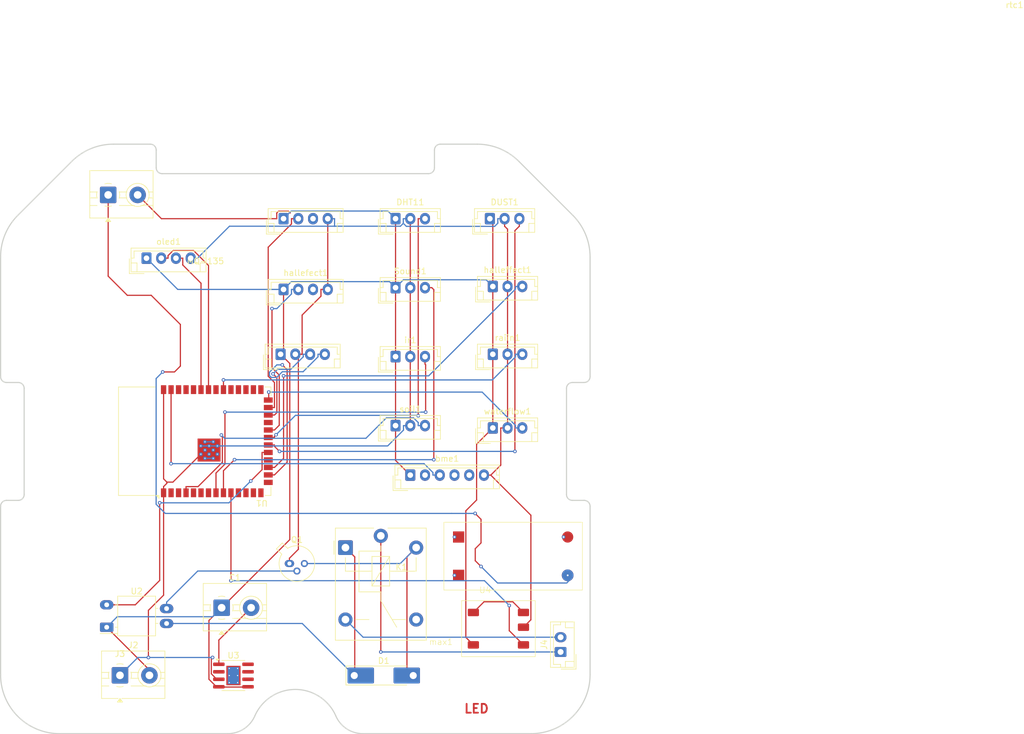
<source format=kicad_pcb>
(kicad_pcb (version 20241229) (generator "pcbnew") (generator_version "9.0")
  (layers (0 "F.Cu" signal) (2 "B.Cu" signal) (13 "F.Paste" user) (15 "B.Paste" user) (5 "F.SilkS" user "F.Silkscreen") (7 "B.SilkS" user "B.Silkscreen") (1 "F.Mask" user) (3 "B.Mask" user) (25 "Edge.Cuts" user))
  (net 0 "")
  (net 2 "GND")
  (net 3 "Net-(U1-IO1)")
  (net 5 "Net-(U1-IO0)")
  (net 6 "Net-(DHT11-vcc)")
  (net 7 "Net-(U3-TEMP)")
  (net 8 "Net-(D1-A)")
  (net 9 "Net-(D1-K)")
  (net 10 "Net-(DHT11-gnd)")
  (net 11 "Net-(DUST1-out)")
  (net 13 "Net-(U1-IO14)")
  (net 14 "h")
  (net 15 "Net-(U1-IO15)")
  (net 16 "Net-(J3-Pin_2)")
  (net 17 "Net-(J3-Pin_1)")
  (net 18 "Net-(J4-Pin_2)")
  (net 19 "Net-(J4-Pin_1)")
  (net 21 "Net-(U4-I+)")
  (net 22 "Net-(U1-IO17)")
  (net 24 "Net-(MQ-135-A0)")
  (net 25 "Net-(U1-IO42)")
  (net 26 "Net-(U1-IO41)")
  (net 27 "Net-(Q1-B)")
  (net 28 "Net-(U1-IO39)")
  (net 29 "Net-(U1-IO46)")
  (net 30 "Net-(U1-IO47)")
  (net 31 "so")
  (net 32 "Net-(Sound1-out)")
  (net 33 "+3V3")
  (net 40 "26")
  (net 47 "Net-(U1-IO11)")
  (net 56 "unconnected-(U3-EPAD-Pad9)")
  (footprint "TerminalBlock:TerminalBlock_MaiXu_MX126-5.0-02P_1x02_P5.00mm" (layer "F.Cu") (at 180.75 120.4675)
    (property "Reference" "J2")
    (property "Value" "Conn_01x02_Pin")
  )
  (footprint "TerminalBlock:TerminalBlock_MaiXu_MX126-5.0-02P_1x02_P5.00mm" (layer "F.Cu") (at 178.75 38.9675)
    (property "Reference" "J3")
    (property "Value" "Conn_01x02_Pin")
  )
  (footprint "OptoDevice:Luna_NSL-32" (layer "F.Cu") (at 178.5 112.31)
    (property "Reference" "U2")
    (property "Value" "NSL-32")
  )
  (footprint "Connector_JST:JST_EH_B3B-EH-A_1x03_P2.50mm_Vertical" (layer "F.Cu") (at 244 54.5)
    (property "Reference" "halleffect1")
    (property "Value" "~")
  )
  (footprint "Connector_JST:JST_EH_B3B-EH-A_1x03_P2.50mm_Vertical" (layer "F.Cu") (at 227.5 54.7)
    (property "Reference" "Sound1")
    (property "Value" "~")
  )
  (footprint "round 2:Untitled" (layer "F.Cu") (at 242.699 106.5)
    (property "Reference" "U4")
    (property "Value" "~")
  )
  (footprint "Diode_SMD:D_MELF-RM10_Universal_Handsoldering" (layer "F.Cu") (at 225.5 120.5)
    (property "Reference" "D1")
    (property "Value" "D")
  )
  (footprint "Relay_THT:Relay_SPDT_Finder_36.11" (layer "F.Cu") (at 219 98.8)
    (property "Reference" "K1")
    (property "Value" "FINDER-36.11")
  )
  (footprint "Connector_JST:JST_EH_B4B-EH-A_1x04_P2.50mm_Vertical" (layer "F.Cu") (at 208 66)
    (property "Reference" "rtc1")
    (property "Value" "~")
  )
  (footprint "Connector_JST:JST_EH_B3B-EH-A_1x03_P2.50mm_Vertical" (layer "F.Cu") (at 227.5 66.4)
    (property "Reference" "ir1")
    (property "Value" "~")
  )
  (footprint "Connector_JST:JST_EH_B4B-EH-A_1x04_P2.50mm_Vertical" (layer "F.Cu") (at 208.5 55)
    (property "Reference" "hallefect1")
    (property "Value" "~")
  )
  (footprint "TerminalBlock:TerminalBlock_MaiXu_MX126-5.0-02P_1x02_P5.00mm" (layer "F.Cu") (at 198 109)
    (property "Reference" "C1")
    (property "Value" "C")
  )
  (footprint "Connector_JST:JST_EH_B4B-EH-A_1x04_P2.50mm_Vertical" (layer "F.Cu") (at 185.25 49.7)
    (property "Reference" "oled1")
    (property "Value" "~")
  )
  (footprint "round 2:Untitled_1" (layer "F.Cu") (at 235.2 115.3)
    (property "Reference" "max1")
    (property "Value" "~")
  )
  (footprint "Connector_JST:JST_EH_B3B-EH-A_1x03_P2.50mm_Vertical" (layer "F.Cu") (at 243.5 43)
    (property "Reference" "DUST1")
    (property "Value" "~")
  )
  (footprint "Connector_JST:JST_EH_B3B-EH-A_1x03_P2.50mm_Vertical" (layer "F.Cu") (at 227.5 43)
    (property "Reference" "DHT11")
    (property "Value" "~")
  )
  (footprint "Connector_JST:JST_EH_B3B-EH-A_1x03_P2.50mm_Vertical" (layer "F.Cu") (at 227.5 78.1)
    (property "Reference" "soil1")
    (property "Value" "~")
  )
  (footprint "Connector_JST:JST_EH_B3B-EH-A_1x03_P2.50mm_Vertical" (layer "F.Cu") (at 244 66)
    (property "Reference" "raiin1")
    (property "Value" "~")
  )
  (footprint "Connector_JST:JST_EH_B6B-EH-A_1x06_P2.50mm_Vertical" (layer "F.Cu") (at 230 86.5)
    (property "Reference" "bme1")
    (property "Value" "~")
  )
  (footprint "RF_Module:ESP32-S3-WROOM-1" (layer "F.Cu") (at 193.41 80.75 90)
    (property "Reference" "U1")
    (property "Value" "ESP32-S3-WROOM-1")
  )
  (footprint "Package_SO:SOIC-8-1EP_3.9x4.9mm_P1.27mm_EP2.41x3.3mm_ThermalVias" (layer "F.Cu") (at 200 120.5)
    (property "Reference" "U3")
    (property "Value" "TP4056-42-ESOP8")
  )
  (footprint "Connector_JST:JST_EH_B2B-EH-A_1x02_P2.50mm_Vertical" (layer "F.Cu") (at 255.5 116.5 90)
    (property "Reference" "J4")
    (property "Value" "Conn_01x02_Pin")
  )
  (footprint "Connector_JST:JST_EH_B3B-EH-A_1x03_P2.50mm_Vertical" (layer "F.Cu") (at 244 78.5)
    (property "Reference" "waterflow1")
    (property "Value" "~")
  )
  (footprint "Package_TO_SOT_THT:TO-18-3" (layer "F.Cu") (at 209.5 101.5)
    (property "Reference" "Q1")
    (property "Value" "BC107")
  )
  (footprint "Connector_JST:JST_EH_B4B-EH-A_1x04_P2.50mm_Vertical" (layer "F.Cu") (at 208.5 43)
    (property "Reference" "MQ-135")
    (property "Value" "~")
  )
  (gr_line (start 260.5 69.787662) (end 260.5 49.499998) (stroke (width 0.2)) (layer "Edge.Cuts"))
  (gr_line (start 256.5 89.776792) (end 256.5 71.787762) (stroke (width 0.2)) (layer "Edge.Cuts"))
  (gr_line (start 234.102663 31.357862) (end 234.102663 34.357862) (stroke (width 0.2)) (layer "Edge.Cuts"))
  (gr_arc (start 187.897335 35.357862) (mid 187.19023 35.064969) (end 186.897337 34.357864) (stroke (width 0.2)) (layer "Edge.Cuts"))
  (gr_line (start 160.5 49.5) (end 160.5 69.787623) (stroke (width 0.2)) (layer "Edge.Cuts"))
  (gr_line (start 259.5 90.787621) (end 257.5 90.787621) (stroke (width 0.2)) (layer "Edge.Cuts"))
  (gr_arc (start 170.499999 130.357862) (mid 163.428932 127.42893) (end 160.5 120.357863) (stroke (width 0.2)) (layer "Edge.Cuts"))
  (gr_line (start 160.5 91.78762) (end 160.5 120.357863) (stroke (width 0.2)) (layer "Edge.Cuts"))
  (gr_arc (start 185.897334 30.357862) (mid 186.604443 30.650756) (end 186.897337 31.357865) (stroke (width 0.2)) (layer "Edge.Cuts"))
  (gr_arc (start 164.5 89.787623) (mid 164.207107 90.494728) (end 163.500002 90.787621) (stroke (width 0.2)) (layer "Edge.Cuts"))
  (gr_line (start 260.5 120.357862) (end 260.5 91.787621) (stroke (width 0.2)) (layer "Edge.Cuts"))
  (gr_arc (start 161.499999 70.787621) (mid 160.792893 70.494728) (end 160.5 69.787623) (stroke (width 0.2)) (layer "Edge.Cuts"))
  (gr_arc (start 260.5 69.787662) (mid 260.207121 70.494754) (end 259.5 70.787621) (stroke (width 0.2)) (layer "Edge.Cuts"))
  (gr_arc (start 257.5 90.787621) (mid 256.792908 90.494725) (end 256.5 89.776792) (stroke (width 0.2)) (layer "Edge.Cuts"))
  (gr_line (start 170.499999 130.357862) (end 199.043562 130.357862) (stroke (width 0.2)) (layer "Edge.Cuts"))
  (gr_arc (start 256.5 71.787762) (mid 256.792908 71.080541) (end 257.510963 70.787621) (stroke (width 0.2)) (layer "Edge.Cuts"))
  (gr_line (start 257.57105 42.428912) (end 248.428935 33.286797) (stroke (width 0.2)) (layer "Edge.Cuts"))
  (gr_arc (start 203.626136 127.357862) (mid 201.782174 129.541162) (end 199.043562 130.357862) (stroke (width 0.2)) (layer "Edge.Cuts"))
  (gr_line (start 221.95644 130.357862) (end 250.5 130.357862) (stroke (width 0.2)) (layer "Edge.Cuts"))
  (gr_line (start 257.510963 70.787621) (end 259.5 70.787621) (stroke (width 0.2)) (layer "Edge.Cuts"))
  (gr_arc (start 241.35786 30.357862) (mid 245.184697 31.119068) (end 248.428932 33.2868) (stroke (width 0.2)) (layer "Edge.Cuts"))
  (gr_arc (start 257.57105 42.428912) (mid 259.738797 45.673163) (end 260.5 49.499998) (stroke (width 0.2)) (layer "Edge.Cuts"))
  (gr_arc (start 160.5 91.78762) (mid 160.792893 91.080514) (end 161.5 90.787621) (stroke (width 0.2)) (layer "Edge.Cuts"))
  (gr_line (start 186.897337 34.357864) (end 186.897337 31.357865) (stroke (width 0.2)) (layer "Edge.Cuts"))
  (gr_arc (start 259.5 90.787621) (mid 260.207121 91.080512) (end 260.5 91.787621) (stroke (width 0.2)) (layer "Edge.Cuts"))
  (gr_arc (start 221.95644 130.357862) (mid 219.217827 129.541162) (end 217.373864 127.357862) (stroke (width 0.2)) (layer "Edge.Cuts"))
  (gr_arc (start 172.571066 33.286796) (mid 175.815302 31.119067) (end 179.642139 30.357862) (stroke (width 0.2)) (layer "Edge.Cuts"))
  (gr_line (start 172.571066 33.286796) (end 163.428934 42.428928) (stroke (width 0.2)) (layer "Edge.Cuts"))
  (gr_line (start 161.499999 70.787621) (end 163.500001 70.787621) (stroke (width 0.2)) (layer "Edge.Cuts"))
  (gr_line (start 241.35786 30.357862) (end 235.102663 30.357862) (stroke (width 0.2)) (layer "Edge.Cuts"))
  (gr_arc (start 160.5 49.5) (mid 161.261205 45.673164) (end 163.428934 42.428928) (stroke (width 0.2)) (layer "Edge.Cuts"))
  (gr_line (start 185.897334 30.357862) (end 179.642139 30.357862) (stroke (width 0.2)) (layer "Edge.Cuts"))
  (gr_arc (start 260.5 120.357862) (mid 257.571068 127.42893) (end 250.5 130.357862) (stroke (width 0.2)) (layer "Edge.Cuts"))
  (gr_line (start 248.428932 33.2868) (end 248.428935 33.286797) (stroke (width 0.2)) (layer "Edge.Cuts"))
  (gr_arc (start 203.626136 127.357862) (mid 210.5 122.857862) (end 217.373864 127.357862) (stroke (width 0.2)) (layer "Edge.Cuts"))
  (gr_line (start 233.091555 35.357862) (end 187.897335 35.357862) (stroke (width 0.2)) (layer "Edge.Cuts"))
  (gr_line (start 164.5 71.78762) (end 164.5 89.787623) (stroke (width 0.2)) (layer "Edge.Cuts"))
  (gr_line (start 163.500002 90.787621) (end 161.5 90.787621) (stroke (width 0.2)) (layer "Edge.Cuts"))
  (gr_arc (start 234.102663 34.357862) (mid 233.809768 35.064956) (end 233.091555 35.357862) (stroke (width 0.2)) (layer "Edge.Cuts"))
  (gr_arc (start 163.500001 70.787621) (mid 164.207107 71.080514) (end 164.5 71.78762) (stroke (width 0.2)) (layer "Edge.Cuts"))
  (gr_arc (start 234.102663 31.357862) (mid 234.395554 30.650742) (end 235.102663 30.357862) (stroke (width 0.2)) (layer "Edge.Cuts"))
  (gr_text "LED" (at 239 127 0) (layer "F.Cu") (effects (font (size 1.5 1.5) (thickness 0.3) (bold yes)) (justify left bottom)))
  (via (at 256 97) (size 0.6) (drill 0.3) (layers "F.Cu" "B.Cu") (net 0))
  (via (at 237.5 97) (size 0.6) (drill 0.3) (layers "F.Cu" "B.Cu") (net 0))
  (via (at 237.5 103.5) (size 0.6) (drill 0.3) (layers "F.Cu" "B.Cu") (net 0))
  (segment (start 196.57 80.85) (end 196.57 82.25) (width 0.2) (layer "F.Cu") (net 2))
  (segment (start 230 66.4) (end 230 54.7) (width 0.2) (layer "F.Cu") (net 2))
  (segment (start 196.457 117.438) (end 196.248 117.647) (width 0.2) (layer "F.Cu") (net 2))
  (segment (start 245.348 78.5) (end 246.5 78.5) (width 0.2) (layer "F.Cu") (net 2))
  (segment (start 246.5 66) (end 246.5 78.5) (width 0.2) (layer "F.Cu") (net 2))
  (segment (start 185.578 109.437) (end 185.578 117.438) (width 0.2) (layer "F.Cu") (net 2))
  (segment (start 243.652 86.5) (end 245.348 84.8034) (width 0.2) (layer "F.Cu") (net 2))
  (segment (start 195.17 82.25) (end 195.17 83.65) (width 0.2) (layer "F.Cu") (net 2))
  (segment (start 195.87 81.55) (end 195.87 82.25) (width 0.2) (layer "F.Cu") (net 2))
  (segment (start 195.17 80.85) (end 195.17 82.25) (width 0.2) (layer "F.Cu") (net 2))
  (segment (start 211.016 66) (end 211.652 66) (width 0.2) (layer "F.Cu") (net 2))
  (segment (start 211.652 59.3483) (end 214.848 56.1517) (width 0.2) (layer "F.Cu") (net 2))
  (segment (start 250.459 111.041) (end 250.459 93.307) (width 0.2) (layer "F.Cu") (net 2))
  (segment (start 214.848 56.1517) (end 214.848 55) (width 0.2) (layer "F.Cu") (net 2))
  (segment (start 211.016 99.0825) (end 211.016 66) (width 0.2) (layer "F.Cu") (net 2))
  (segment (start 197.18 121.135) (end 197.525 121.135) (width 0.2) (layer "F.Cu") (net 2))
  (segment (start 246.5 44.7767) (end 246.5 54.5) (width 0.2) (layer "F.Cu") (net 2))
  (segment (start 249.2 112.3) (end 250.459 111.041) (width 0.2) (layer "F.Cu") (net 2))
  (segment (start 245.348 84.8034) (end 245.348 78.5) (width 0.2) (layer "F.Cu") (net 2))
  (segment (start 209.5 100.598) (end 211.016 99.0825) (width 0.2) (layer "F.Cu") (net 2))
  (segment (start 188.15 89.5) (end 188.15 106.865) (width 0.2) (layer "F.Cu") (net 2))
  (segment (start 188.15 72) (end 188.15 87.13) (width 0.2) (layer "F.Cu") (net 2))
  (segment (start 188.709 87.6889) (end 189.731 87.6889) (width 0.2) (layer "F.Cu") (net 2))
  (segment (start 189.731 87.6889) (end 194.47 82.95) (width 0.2) (layer "F.Cu") (net 2))
  (segment (start 242.5 86.5) (end 243.652 86.5) (width 0.2) (layer "F.Cu") (net 2))
  (segment (start 194.47 81.55) (end 194.47 82.95) (width 0.2) (layer "F.Cu") (net 2))
  (segment (start 197.27 82.95) (end 197.27 82.25) (width 0.2) (layer "F.Cu") (net 2))
  (segment (start 210.5 66) (end 211.016 66) (width 0.2) (layer "F.Cu") (net 2))
  (segment (start 188.15 106.865) (end 185.578 109.437) (width 0.2) (layer "F.Cu") (net 2))
  (segment (start 250.459 93.307) (end 243.652 86.5) (width 0.2) (layer "F.Cu") (net 2))
  (segment (start 195.87 82.25) (end 195.87 82.95) (width 0.2) (layer "F.Cu") (net 2))
  (segment (start 246 44.2767) (end 246.5 44.7767) (width 0.2) (layer "F.Cu") (net 2))
  (segment (start 188.15 88.4483) (end 188.709 87.8894) (width 0.2) (layer "F.Cu") (net 2))
  (segment (start 188.15 87.13) (end 188.709 87.6889) (width 0.2) (layer "F.Cu") (net 2))
  (segment (start 214.848 55) (end 216 55) (width 0.2) (layer "F.Cu") (net 2))
  (segment (start 246.5 54.5) (end 246.5 66) (width 0.2) (layer "F.Cu") (net 2))
  (segment (start 211.652 66) (end 211.652 59.3483) (width 0.2) (layer "F.Cu") (net 2))
  (segment (start 196.248 120.202) (end 197.18 121.135) (width 0.2) (layer "F.Cu") (net 2))
  (segment (start 188.709 87.8894) (end 188.709 87.6889) (width 0.2) (layer "F.Cu") (net 2))
  (segment (start 197.27 82.25) (end 197.27 81.55) (width 0.2) (layer "F.Cu") (net 2))
  (segment (start 196.248 117.647) (end 196.248 120.202) (width 0.2) (layer "F.Cu") (net 2))
  (segment (start 230 43) (end 230 54.7) (width 0.2) (layer "F.Cu") (net 2))
  (segment (start 188.15 89.5) (end 188.15 88.4483) (width 0.2) (layer "F.Cu") (net 2))
  (segment (start 246 43) (end 246 44.2767) (width 0.2) (layer "F.Cu") (net 2))
  (segment (start 197.27 82.25) (end 196.57 82.25) (width 0.2) (layer "F.Cu") (net 2))
  (segment (start 209.5 101.5) (end 209.5 100.598) (width 0.2) (layer "F.Cu") (net 2))
  (segment (start 230 78.1) (end 230 66.4) (width 0.2) (layer "F.Cu") (net 2))
  (segment (start 216 55) (end 216 43) (width 0.2) (layer "F.Cu") (net 2))
  (via (at 196.457 117.438) (size 0.6) (drill 0.3) (layers "F.Cu" "B.Cu") (net 2))
  (via (at 185.578 117.438) (size 0.6) (drill 0.3) (layers "F.Cu" "B.Cu") (net 2))
  (segment (start 228.848 78.1) (end 228.848 78.8655) (width 0.2) (layer "B.Cu") (net 2))
  (segment (start 244.317 44.2991) (end 244.848 43.7674) (width 0.2) (layer "B.Cu") (net 2))
  (segment (start 228.819 43.0292) (end 228.848 43) (width 0.2) (layer "B.Cu") (net 2))
  (segment (start 228.819 43.7876) (end 229.33 44.2991) (width 0.2) (layer "B.Cu") (net 2))
  (segment (start 228.329 44.2778) (end 217.152 44.2778) (width 0.2) (layer "B.Cu") (net 2))
  (segment (start 244.848 43) (end 246 43) (width 0.2) (layer "B.Cu") (net 2))
  (segment (start 181.4995 119.718) (end 180.75 120.4675) (width 0.2) (layer "B.Cu") (net 2))
  (segment (start 180.75 120.468) (end 182.265 118.953) (width 0.2) (layer "B.Cu") (net 2))
  (segment (start 228.819 43.7876) (end 228.819 43.0292) (width 0.2) (layer "B.Cu") (net 2))
  (segment (start 183.78 117.438) (end 182.265 118.953) (width 0.2) (layer "B.Cu") (net 2))
  (segment (start 228.819 43.7876) (end 228.329 44.2778) (width 0.2) (layer "B.Cu") (net 2))
  (segment (start 228.848 78.8655) (end 226.164 81.5499) (width 0.2) (layer "B.Cu") (net 2))
  (segment (start 199.324 44.2778) (end 193.902 49.7) (width 0.2) (layer "B.Cu") (net 2))
  (segment (start 181.4995 119.718) (end 182.249 118.968) (width 0.2) (layer "B.Cu") (net 2))
  (segment (start 182.249 118.968) (end 181.4995 119.718) (width 0.2) (layer "B.Cu") (net 2))
  (segment (start 182.264 118.953) (end 182.249 118.968) (width 0.2) (layer "B.Cu") (net 2))
  (segment (start 181.4995 119.718) (end 180.75 120.468) (width 0.2) (layer "B.Cu") (net 2))
  (segment (start 244.848 43.7674) (end 244.848 43) (width 0.2) (layer "B.Cu") (net 2))
  (segment (start 226.164 81.5499) (end 197.27 81.5499) (width 0.2) (layer "B.Cu") (net 2))
  (segment (start 217.152 43) (end 217.152 44.2778) (width 0.2) (layer "B.Cu") (net 2))
  (segment (start 180.75 120.468) (end 181.4995 119.718) (width 0.2) (layer "B.Cu") (net 2))
  (segment (start 194.47 81.55) (end 195.87 81.55) (width 0.2) (layer "B.Cu") (net 2))
  (segment (start 216 43) (end 217.152 43) (width 0.2) (layer "B.Cu") (net 2))
  (segment (start 196.457 117.438) (end 185.578 117.438) (width 0.2) (layer "B.Cu") (net 2))
  (segment (start 197.27 81.5499) (end 197.27 81.55) (width 0.2) (layer "B.Cu") (net 2))
  (segment (start 185.578 117.438) (end 183.78 117.438) (width 0.2) (layer "B.Cu") (net 2))
  (segment (start 182.265 118.953) (end 182.264 118.953) (width 0.2) (layer "B.Cu") (net 2))
  (segment (start 228.848 43) (end 230 43) (width 0.2) (layer "B.Cu") (net 2))
  (segment (start 196.57 83.65) (end 195.17 83.65) (width 0.2) (layer "B.Cu") (net 2))
  (segment (start 193.902 49.7) (end 192.75 49.7) (width 0.2) (layer "B.Cu") (net 2))
  (segment (start 229.33 44.2991) (end 244.317 44.2991) (width 0.2) (layer "B.Cu") (net 2))
  (segment (start 217.152 44.2778) (end 199.324 44.2778) (width 0.2) (layer "B.Cu") (net 2))
  (segment (start 230 78.1) (end 228.848 78.1) (width 0.2) (layer "B.Cu") (net 2))
  (segment (start 196.57 80.85) (end 195.17 80.85) (width 0.2) (layer "B.Cu") (net 2))
  (segment (start 195.87 81.55) (end 197.27 81.55) (width 0.2) (layer "B.Cu") (net 2))
  (segment (start 189.42 72) (end 189.42 84.5541) (width 0.2) (layer "F.Cu") (net 3))
  (via (at 189.42 84.5541) (size 0.6) (drill 0.3) (layers "F.Cu" "B.Cu") (net 3))
  (segment (start 233.848 86.0681) (end 233.848 86.5) (width 0.2) (layer "B.Cu") (net 3))
  (segment (start 232.334 84.5541) (end 233.848 86.0681) (width 0.2) (layer "B.Cu") (net 3))
  (segment (start 189.42 84.5541) (end 232.334 84.5541) (width 0.2) (layer "B.Cu") (net 3))
  (segment (start 233.848 86.5) (end 235 86.5) (width 0.2) (layer "B.Cu") (net 3))
  (segment (start 227.5 43) (end 227.5 54.7) (width 0.2) (layer "F.Cu") (net 6))
  (segment (start 244 66) (end 244 78.5) (width 0.2) (layer "F.Cu") (net 6))
  (segment (start 208.5 65.5) (end 208.5 55) (width 0.2) (layer "F.Cu") (net 6))
  (segment (start 202.428 122.452) (end 197.572 122.452) (width 0.2) (layer "F.Cu") (net 6))
  (segment (start 208 66) (end 208.5 65.5) (width 0.2) (layer "F.Cu") (net 6))
  (segment (start 240.7 115.3) (end 239.423 114.023) (width 0.2) (layer "F.Cu") (net 6))
  (segment (start 209.558 97.4424) (end 209.558 67.5576) (width 0.2) (layer "F.Cu") (net 6))
  (segment (start 185.75 119.56) (end 178.5 112.31) (width 0.2) (layer "F.Cu") (net 6))
  (segment (start 197.525 122.405) (end 197.119 122.405) (width 0.2) (layer "F.Cu") (net 6))
  (segment (start 198 109) (end 209.558 97.4424) (width 0.2) (layer "F.Cu") (net 6))
  (segment (start 209.558 67.5576) (end 208 66) (width 0.2) (layer "F.Cu") (net 6))
  (segment (start 230 86.5) (end 227.5 84) (width 0.2) (layer "F.Cu") (net 6))
  (segment (start 243.5 43) (end 244 43.5) (width 0.2) (layer "F.Cu") (net 6))
  (segment (start 244 43.5) (end 244 54.5) (width 0.2) (layer "F.Cu") (net 6))
  (segment (start 227.5 66.4) (end 227.5 54.7) (width 0.2) (layer "F.Cu") (net 6))
  (segment (start 185.75 120.468) (end 185.75 120.4675) (width 0.2) (layer "F.Cu") (net 6))
  (segment (start 197.119 122.405) (end 195.846 121.132) (width 0.2) (layer "F.Cu") (net 6))
  (segment (start 202.475 122.405) (end 202.428 122.452) (width 0.2) (layer "F.Cu") (net 6))
  (segment (start 241.25 81.25) (end 244 78.5) (width 0.2) (layer "F.Cu") (net 6))
  (segment (start 227.5 84) (end 227.5 78.1) (width 0.2) (layer "F.Cu") (net 6))
  (segment (start 239.423 92.5534) (end 241.25 90.7265) (width 0.2) (layer "F.Cu") (net 6))
  (segment (start 185.75 120.4675) (end 185.75 119.56) (width 0.2) (layer "F.Cu") (net 6))
  (segment (start 195.846 121.132) (end 195.846 111.154) (width 0.2) (layer "F.Cu") (net 6))
  (segment (start 239.423 114.023) (end 239.423 92.5534) (width 0.2) (layer "F.Cu") (net 6))
  (segment (start 241.25 90.7265) (end 241.25 81.25) (width 0.2) (layer "F.Cu") (net 6))
  (segment (start 227.5 78.1) (end 227.5 66.4) (width 0.2) (layer "F.Cu") (net 6))
  (segment (start 244 54.5) (end 244 66) (width 0.2) (layer "F.Cu") (net 6))
  (segment (start 195.846 111.154) (end 198 109) (width 0.2) (layer "F.Cu") (net 6))
  (segment (start 197.572 122.452) (end 197.525 122.405) (width 0.2) (layer "F.Cu") (net 6))
  (segment (start 209.822 53.6785) (end 226.478 53.6785) (width 0.2) (layer "B.Cu") (net 6))
  (segment (start 178.5 112.31) (end 180.29 110.52) (width 0.2) (layer "B.Cu") (net 6))
  (segment (start 226.202 41.7021) (end 209.798 41.7021) (width 0.2) (layer "B.Cu") (net 6))
  (segment (start 196.48 110.52) (end 198 109) (width 0.2) (layer "B.Cu") (net 6))
  (segment (start 209.798 41.7021) (end 208.5 43) (width 0.2) (layer "B.Cu") (net 6))
  (segment (start 227.5 43) (end 226.202 41.7021) (width 0.2) (layer "B.Cu") (net 6))
  (segment (start 227.5 54.7) (end 228.839 53.3607) (width 0.2) (layer "B.Cu") (net 6))
  (segment (start 185.25 49.7) (end 190.55 55) (width 0.2) (layer "B.Cu") (net 6))
  (segment (start 208.5 55) (end 209.822 53.6785) (width 0.2) (layer "B.Cu") (net 6))
  (segment (start 228.839 53.3607) (end 242.861 53.3607) (width 0.2) (layer "B.Cu") (net 6))
  (segment (start 190.55 55) (end 208.5 55) (width 0.2) (layer "B.Cu") (net 6))
  (segment (start 180.29 110.52) (end 196.48 110.52) (width 0.2) (layer "B.Cu") (net 6))
  (segment (start 226.478 53.6785) (end 227.5 54.7) (width 0.2) (layer "B.Cu") (net 6))
  (segment (start 242.861 53.3607) (end 244 54.5) (width 0.2) (layer "B.Cu") (net 6))
  (segment (start 203 109) (end 197.525 114.475) (width 0.2) (layer "F.Cu") (net 7))
  (segment (start 197.525 114.475) (end 197.525 118.595) (width 0.2) (layer "F.Cu") (net 7))
  (segment (start 229.436 100.364) (end 231 98.8) (width 0.2) (layer "F.Cu") (net 8))
  (segment (start 229.436 119.436) (end 229.436 100.364) (width 0.2) (layer "F.Cu") (net 8))
  (segment (start 230.5 120.5) (end 229.436 119.436) (width 0.2) (layer "F.Cu") (net 8))
  (segment (start 228.3 101.5) (end 212.04 101.5) (width 0.2) (layer "B.Cu") (net 8))
  (segment (start 231 98.8) (end 228.3 101.5) (width 0.2) (layer "B.Cu") (net 8))
  (segment (start 220.5 120.5) (end 220.579 120.421) (width 0.2) (layer "F.Cu") (net 9))
  (segment (start 220.579 100.379) (end 219 98.8) (width 0.2) (layer "F.Cu") (net 9))
  (segment (start 220.579 120.421) (end 220.579 100.379) (width 0.2) (layer "F.Cu") (net 9))
  (segment (start 211.67 111.67) (end 188.66 111.67) (width 0.2) (layer "B.Cu") (net 9))
  (segment (start 220.5 120.5) (end 211.67 111.67) (width 0.2) (layer "B.Cu") (net 9))
  (segment (start 206.962 79.9232) (end 207.235 79.6495) (width 0.2) (layer "F.Cu") (net 10))
  (segment (start 205.91 80.115) (end 206.962 80.115) (width 0.2) (layer "F.Cu") (net 10))
  (segment (start 232.5 43) (end 231.348 43) (width 0.2) (layer "F.Cu") (net 10))
  (segment (start 231.348 43) (end 231.348 76.4373) (width 0.2) (layer "F.Cu") (net 10))
  (segment (start 206.962 80.115) (end 206.962 79.9232) (width 0.2) (layer "F.Cu") (net 10))
  (via (at 207.235 79.6495) (size 0.6) (drill 0.3) (layers "F.Cu" "B.Cu") (net 10))
  (via (at 231.348 76.4373) (size 0.6) (drill 0.3) (layers "F.Cu" "B.Cu") (net 10))
  (segment (start 210.521 76.3638) (end 231.275 76.3638) (width 0.2) (layer "B.Cu") (net 10))
  (segment (start 231.275 76.3638) (end 231.348 76.4373) (width 0.2) (layer "B.Cu") (net 10))
  (segment (start 207.235 79.6495) (end 210.521 76.3638) (width 0.2) (layer "B.Cu") (net 10))
  (segment (start 206.962 81.385) (end 206.962 81.6206) (width 0.2) (layer "F.Cu") (net 11))
  (segment (start 206.962 81.6206) (end 207.818 82.4772) (width 0.2) (layer "F.Cu") (net 11))
  (segment (start 247.75 45.0267) (end 247.75 82.4772) (width 0.2) (layer "F.Cu") (net 11))
  (segment (start 205.91 81.385) (end 206.962 81.385) (width 0.2) (layer "F.Cu") (net 11))
  (segment (start 248.5 44.2767) (end 247.75 45.0267) (width 0.2) (layer "F.Cu") (net 11))
  (segment (start 248.5 43) (end 248.5 44.2767) (width 0.2) (layer "F.Cu") (net 11))
  (via (at 207.818 82.4772) (size 0.6) (drill 0.3) (layers "F.Cu" "B.Cu") (net 11))
  (via (at 247.75 82.4772) (size 0.6) (drill 0.3) (layers "F.Cu" "B.Cu") (net 11))
  (segment (start 207.818 82.4772) (end 247.75 82.4772) (width 0.2) (layer "B.Cu") (net 11))
  (segment (start 207.772 69.5283) (end 206.541 68.2978) (width 0.2) (layer "F.Cu") (net 13))
  (segment (start 207.772 78.0348) (end 207.772 69.5283) (width 0.2) (layer "F.Cu") (net 13))
  (segment (start 206.541 68.2978) (end 206.541 58.254) (width 0.2) (layer "F.Cu") (net 13))
  (segment (start 206.962 78.845) (end 207.772 78.0348) (width 0.2) (layer "F.Cu") (net 13))
  (segment (start 205.91 78.845) (end 206.962 78.845) (width 0.2) (layer "F.Cu") (net 13))
  (via (at 206.541 58.254) (size 0.6) (drill 0.3) (layers "F.Cu" "B.Cu") (net 13))
  (segment (start 211 55) (end 209.848 55) (width 0.2) (layer "B.Cu") (net 13))
  (segment (start 207.363 58.254) (end 206.541 58.254) (width 0.2) (layer "B.Cu") (net 13))
  (segment (start 209.848 55) (end 209.848 55.7689) (width 0.2) (layer "B.Cu") (net 13))
  (segment (start 209.848 55.7689) (end 207.363 58.254) (width 0.2) (layer "B.Cu") (net 13))
  (segment (start 208.502 83.6542) (end 208.502 69.6556) (width 0.2) (layer "F.Cu") (net 14))
  (segment (start 205.91 85.195) (end 206.962 85.195) (width 0.2) (layer "F.Cu") (net 14))
  (segment (start 206.962 85.195) (end 208.502 83.6542) (width 0.2) (layer "F.Cu") (net 14))
  (via (at 208.502 69.6556) (size 0.6) (drill 0.3) (layers "F.Cu" "B.Cu") (net 14))
  (segment (start 247.848 54.5) (end 247.848 54.9319) (width 0.2) (layer "B.Cu") (net 14))
  (segment (start 249 54.5) (end 247.848 54.5) (width 0.2) (layer "B.Cu") (net 14))
  (segment (start 247.848 54.9319) (end 233.125 69.6556) (width 0.2) (layer "B.Cu") (net 14))
  (segment (start 233.125 69.6556) (end 208.502 69.6556) (width 0.2) (layer "B.Cu") (net 14))
  (segment (start 232.5 67.6767) (end 232.604 67.7807) (width 0.2) (layer "F.Cu") (net 15))
  (segment (start 197.04 89.5) (end 197.04 86.1525) (width 0.2) (layer "F.Cu") (net 15))
  (segment (start 232.604 67.7807) (end 232.604 75.8115) (width 0.2) (layer "F.Cu") (net 15))
  (segment (start 197.04 86.1525) (end 198.561 84.6314) (width 0.2) (layer "F.Cu") (net 15))
  (segment (start 232.5 66.4) (end 232.5 67.6767) (width 0.2) (layer "F.Cu") (net 15))
  (segment (start 198.561 84.6314) (end 198.561 75.8115) (width 0.2) (layer "F.Cu") (net 15))
  (via (at 198.561 75.8115) (size 0.6) (drill 0.3) (layers "F.Cu" "B.Cu") (net 15))
  (via (at 232.604 75.8115) (size 0.6) (drill 0.3) (layers "F.Cu" "B.Cu") (net 15))
  (segment (start 198.561 75.8115) (end 232.604 75.8115) (width 0.2) (layer "B.Cu") (net 15))
  (segment (start 207.349 43) (end 207.349 42.03984) (width 0.2) (layer "F.Cu") (net 16))
  (segment (start 187.7825 43) (end 207.349 43) (width 0.2) (layer "F.Cu") (net 16))
  (segment (start 209.33516 41.724) (end 209.651 42.03984) (width 0.2) (layer "F.Cu") (net 16))
  (segment (start 207.66484 41.724) (end 209.33516 41.724) (width 0.2) (layer "F.Cu") (net 16))
  (segment (start 207.349 42.03984) (end 207.66484 41.724) (width 0.2) (layer "F.Cu") (net 16))
  (segment (start 183.75 38.9675) (end 187.7825 43) (width 0.2) (layer "F.Cu") (net 16))
  (segment (start 190 69) (end 188 69) (width 0.2) (layer "F.Cu") (net 17))
  (segment (start 178.75 38.9675) (end 178.75 52.75) (width 0.2) (layer "F.Cu") (net 17))
  (segment (start 178.75 52.75) (end 182 56) (width 0.2) (layer "F.Cu") (net 17))
  (segment (start 242 94) (end 242 98) (width 0.2) (layer "F.Cu") (net 17))
  (segment (start 241.023 101.023) (end 242 102) (width 0.2) (layer "F.Cu") (net 17))
  (segment (start 191 60.947164) (end 191 68) (width 0.2) (layer "F.Cu") (net 17))
  (segment (start 241 93) (end 242 94) (width 0.2) (layer "F.Cu") (net 17))
  (segment (start 241.023 98.977) (end 241.023 101.023) (width 0.2) (layer "F.Cu") (net 17))
  (segment (start 182 56) (end 186.052836 56) (width 0.2) (layer "F.Cu") (net 17))
  (segment (start 242 98) (end 241.023 98.977) (width 0.2) (layer "F.Cu") (net 17))
  (segment (start 191 68) (end 190 69) (width 0.2) (layer "F.Cu") (net 17))
  (segment (start 186.052836 56) (end 191 60.947164) (width 0.2) (layer "F.Cu") (net 17))
  (via (at 242 102) (size 0.6) (drill 0.3) (layers "F.Cu" "B.Cu") (net 17))
  (via (at 256.699 103.5) (size 2) (drill 0.3) (layers "F.Cu" "B.Cu") (net 17))
  (via (at 241 93) (size 0.6) (drill 0.3) (layers "F.Cu" "B.Cu") (net 17))
  (via (at 188 69) (size 0.6) (drill 0.3) (layers "F.Cu" "B.Cu") (net 17))
  (segment (start 188.439257 93) (end 237 93) (width 0.2) (layer "B.Cu") (net 17))
  (segment (start 242 102) (end 244.801 104.801) (width 0.2) (layer "B.Cu") (net 17))
  (segment (start 244.801 104.801) (end 256.538892 104.801) (width 0.2) (layer "B.Cu") (net 17))
  (segment (start 256.538892 104.801) (end 257.301 104.038892) (width 0.2) (layer "B.Cu") (net 17))
  (segment (start 186.886 91.446743) (end 188.439257 93) (width 0.2) (layer "B.Cu") (net 17))
  (segment (start 188 69) (end 186.886 70.114) (width 0.2) (layer "B.Cu") (net 17))
  (segment (start 237 93) (end 241 93) (width 0.2) (layer "B.Cu") (net 17))
  (segment (start 186.886 70.114) (end 186.886 91.446743) (width 0.2) (layer "B.Cu") (net 17))
  (segment (start 222 114) (end 219 111) (width 0.2) (layer "B.Cu") (net 18))
  (segment (start 255.5 114) (end 222 114) (width 0.2) (layer "B.Cu") (net 18))
  (segment (start 225 96.8) (end 225 116.5) (width 0.2) (layer "F.Cu") (net 19))
  (via (at 225 116.5) (size 0.6) (drill 0.3) (layers "F.Cu" "B.Cu") (net 19))
  (segment (start 255.5 116.5) (end 225 116.5) (width 0.2) (layer "B.Cu") (net 19))
  (segment (start 242.515 107.985) (end 240.7 109.8) (width 0.2) (layer "F.Cu") (net 21))
  (segment (start 249.2 109.8) (end 247.385 107.985) (width 0.2) (layer "F.Cu") (net 21))
  (segment (start 247.385 107.985) (end 242.515 107.985) (width 0.2) (layer "F.Cu") (net 21))
  (segment (start 249.2 115.3) (end 246.793 112.893) (width 0.2) (layer "F.Cu") (net 22))
  (segment (start 246.793 112.893) (end 246.793 108.618) (width 0.2) (layer "F.Cu") (net 22))
  (segment (start 199.58 89.5) (end 199.58 104.408) (width 0.2) (layer "F.Cu") (net 22))
  (via (at 199.58 104.408) (size 0.6) (drill 0.3) (layers "F.Cu" "B.Cu") (net 22))
  (via (at 246.793 108.618) (size 0.6) (drill 0.3) (layers "F.Cu" "B.Cu") (net 22))
  (segment (start 246.793 108.618) (end 242.583 104.408) (width 0.2) (layer "B.Cu") (net 22))
  (segment (start 242.583 104.408) (end 199.58 104.408) (width 0.2) (layer "B.Cu") (net 22))
  (segment (start 209.848 43.8883) (end 205.9 47.8366) (width 0.2) (layer "F.Cu") (net 24))
  (segment (start 205.9 69.7298) (end 206.962 70.7915) (width 0.2) (layer "F.Cu") (net 24))
  (segment (start 206.962 70.7915) (end 206.962 75.035) (width 0.2) (layer "F.Cu") (net 24))
  (segment (start 206.962 75.035) (end 205.91 75.035) (width 0.2) (layer "F.Cu") (net 24))
  (segment (start 205.9 47.8366) (end 205.9 69.7298) (width 0.2) (layer "F.Cu") (net 24))
  (segment (start 211 43) (end 209.848 43) (width 0.2) (layer "F.Cu") (net 24))
  (segment (start 209.848 43) (end 209.848 43.8883) (width 0.2) (layer "F.Cu") (net 24))
  (segment (start 194.5 53.95) (end 194.5 72) (width 0.2) (layer "F.Cu") (net 25))
  (segment (start 191.402 49.7) (end 191.402 50.8517) (width 0.2) (layer "F.Cu") (net 25))
  (segment (start 191.402 50.8517) (end 194.5 53.95) (width 0.2) (layer "F.Cu") (net 25))
  (segment (start 190.25 49.7) (end 191.402 49.7) (width 0.2) (layer "F.Cu") (net 25))
  (segment (start 187.75 49.7) (end 188.902 49.7) (width 0.2) (layer "F.Cu") (net 26))
  (segment (start 193.219 48.3849) (end 195.77 50.9362) (width 0.2) (layer "F.Cu") (net 26))
  (segment (start 188.902 49.2681) (end 189.785 48.3849) (width 0.2) (layer "F.Cu") (net 26))
  (segment (start 195.77 50.9362) (end 195.77 72) (width 0.2) (layer "F.Cu") (net 26))
  (segment (start 188.902 49.7) (end 188.902 49.2681) (width 0.2) (layer "F.Cu") (net 26))
  (segment (start 189.785 48.3849) (end 193.219 48.3849) (width 0.2) (layer "F.Cu") (net 26))
  (segment (start 188.66 109.14) (end 188.66 108.053) (width 0.2) (layer "B.Cu") (net 27))
  (segment (start 193.943 102.77) (end 210.77 102.77) (width 0.2) (layer "B.Cu") (net 27))
  (segment (start 188.66 108.053) (end 193.943 102.77) (width 0.2) (layer "B.Cu") (net 27))
  (segment (start 198.31 72) (end 198.31 70.3534) (width 0.2) (layer "F.Cu") (net 28))
  (via (at 198.31 70.3534) (size 0.6) (drill 0.3) (layers "F.Cu" "B.Cu") (net 28))
  (segment (start 249 66) (end 247.848 66) (width 0.2) (layer "B.Cu") (net 28))
  (segment (start 243.927 70.3534) (end 198.31 70.3534) (width 0.2) (layer "B.Cu") (net 28))
  (segment (start 247.848 66) (end 247.848 66.4319) (width 0.2) (layer "B.Cu") (net 28))
  (segment (start 247.848 66.4319) (end 243.927 70.3534) (width 0.2) (layer "B.Cu") (net 28))
  (segment (start 206.962 86.465) (end 209.106 84.3208) (width 0.2) (layer "F.Cu") (net 29))
  (segment (start 209.106 84.3208) (end 209.106 68.6154) (width 0.2) (layer "F.Cu") (net 29))
  (segment (start 209.106 68.6154) (end 208.291 67.8001) (width 0.2) (layer "F.Cu") (net 29))
  (segment (start 205.91 86.465) (end 206.962 86.465) (width 0.2) (layer "F.Cu") (net 29))
  (via (at 208.291 67.8001) (size 0.6) (drill 0.3) (layers "F.Cu" "B.Cu") (net 29))
  (segment (start 214.348 66) (end 214.348 66.4319) (width 0.2) (layer "B.Cu") (net 29))
  (segment (start 207.36 67.8001) (end 208.291 67.8001) (width 0.2) (layer "B.Cu") (net 29))
  (segment (start 206.425 69.9262) (end 206.112 69.6133) (width 0.2) (layer "B.Cu") (net 29))
  (segment (start 215.5 66) (end 214.348 66) (width 0.2) (layer "B.Cu") (net 29))
  (segment (start 207.334 69.9262) (end 206.425 69.9262) (width 0.2) (layer "B.Cu") (net 29))
  (segment (start 208.302 68.9578) (end 207.334 69.9262) (width 0.2) (layer "B.Cu") (net 29))
  (segment (start 211.822 68.9578) (end 208.302 68.9578) (width 0.2) (layer "B.Cu") (net 29))
  (segment (start 214.348 66.4319) (end 211.822 68.9578) (width 0.2) (layer "B.Cu") (net 29))
  (segment (start 206.112 69.6133) (end 206.112 69.0478) (width 0.2) (layer "B.Cu") (net 29))
  (segment (start 206.112 69.0478) (end 207.36 67.8001) (width 0.2) (layer "B.Cu") (net 29))
  (segment (start 206.962 76.305) (end 207.37 75.8965) (width 0.2) (layer "F.Cu") (net 30))
  (segment (start 207.37 69.9775) (end 206.717 69.3244) (width 0.2) (layer "F.Cu") (net 30))
  (segment (start 207.37 75.8965) (end 207.37 69.9775) (width 0.2) (layer "F.Cu") (net 30))
  (segment (start 205.91 76.305) (end 206.962 76.305) (width 0.2) (layer "F.Cu") (net 30))
  (via (at 206.717 69.3244) (size 0.6) (drill 0.3) (layers "F.Cu" "B.Cu") (net 30))
  (segment (start 206.717 69.3244) (end 207.485 68.5561) (width 0.2) (layer "B.Cu") (net 30))
  (segment (start 207.485 68.5561) (end 209.72 68.5561) (width 0.2) (layer "B.Cu") (net 30))
  (segment (start 209.72 68.5561) (end 211.848 66.4277) (width 0.2) (layer "B.Cu") (net 30))
  (segment (start 211.848 66) (end 213 66) (width 0.2) (layer "B.Cu") (net 30))
  (segment (start 211.848 66.4277) (end 211.848 66) (width 0.2) (layer "B.Cu") (net 30))
  (segment (start 193.998 88.4483) (end 198.122 84.325) (width 0.2) (layer "F.Cu") (net 31))
  (segment (start 198.122 84.325) (end 198.122 79.8636) (width 0.2) (layer "F.Cu") (net 31))
  (segment (start 198.122 79.8636) (end 197.956 79.6981) (width 0.2) (layer "F.Cu") (net 31))
  (segment (start 191.96 89.5) (end 191.96 88.4483) (width 0.2) (layer "F.Cu") (net 31))
  (segment (start 191.96 88.4483) (end 193.998 88.4483) (width 0.2) (layer "F.Cu") (net 31))
  (via (at 197.956 79.6981) (size 0.6) (drill 0.3) (layers "F.Cu" "B.Cu") (net 31))
  (segment (start 225.952 76.7784) (end 230.546 76.7784) (width 0.2) (layer "B.Cu") (net 31))
  (segment (start 230.546 76.7784) (end 231.348 77.5802) (width 0.2) (layer "B.Cu") (net 31))
  (segment (start 231.348 78.1) (end 232.5 78.1) (width 0.2) (layer "B.Cu") (net 31))
  (segment (start 198.509 80.2513) (end 222.479 80.2513) (width 0.2) (layer "B.Cu") (net 31))
  (segment (start 222.479 80.2513) (end 225.952 76.7784) (width 0.2) (layer "B.Cu") (net 31))
  (segment (start 231.348 77.5802) (end 231.348 78.1) (width 0.2) (layer "B.Cu") (net 31))
  (segment (start 197.956 79.6981) (end 198.509 80.2513) (width 0.2) (layer "B.Cu") (net 31))
  (segment (start 232.5 54.7) (end 233.652 54.7) (width 0.2) (layer "F.Cu") (net 32))
  (segment (start 233.991 55.0392) (end 233.991 83.8792) (width 0.2) (layer "F.Cu") (net 32))
  (segment (start 198.31 85.7551) (end 200.186 83.8792) (width 0.2) (layer "F.Cu") (net 32))
  (segment (start 233.652 54.7) (end 233.991 55.0392) (width 0.2) (layer "F.Cu") (net 32))
  (segment (start 198.31 89.5) (end 198.31 85.7551) (width 0.2) (layer "F.Cu") (net 32))
  (via (at 200.186 83.8792) (size 0.6) (drill 0.3) (layers "F.Cu" "B.Cu") (net 32))
  (via (at 233.991 83.8792) (size 0.6) (drill 0.3) (layers "F.Cu" "B.Cu") (net 32))
  (segment (start 200.186 83.8792) (end 233.991 83.8792) (width 0.2) (layer "B.Cu") (net 32))
  (segment (start 205.986 73.6891) (end 205.91 73.765) (width 0.2) (layer "F.Cu") (net 40))
  (segment (start 205.986 72.4155) (end 205.986 73.6891) (width 0.2) (layer "F.Cu") (net 40))
  (via (at 205.986 72.4155) (size 0.6) (drill 0.3) (layers "F.Cu" "B.Cu") (net 40))
  (segment (start 242.196 72.4155) (end 205.986 72.4155) (width 0.2) (layer "B.Cu") (net 40))
  (segment (start 247.848 78.5) (end 247.848 78.0681) (width 0.2) (layer "B.Cu") (net 40))
  (segment (start 249 78.5) (end 247.848 78.5) (width 0.2) (layer "B.Cu") (net 40))
  (segment (start 247.848 78.0681) (end 242.196 72.4155) (width 0.2) (layer "B.Cu") (net 40))
  (segment (start 178.5 108.5) (end 183.356 108.5) (width 0.2) (layer "F.Cu") (net 47))
  (segment (start 205.91 82.655) (end 204.858 82.655) (width 0.2) (layer "F.Cu") (net 47))
  (segment (start 204.858 85.5771) (end 202.935 87.5007) (width 0.2) (layer "F.Cu") (net 47))
  (segment (start 187.487 104.369) (end 187.487 91.1978) (width 0.2) (layer "F.Cu") (net 47))
  (segment (start 204.858 82.655) (end 204.858 85.5771) (width 0.2) (layer "F.Cu") (net 47))
  (segment (start 183.356 108.5) (end 187.487 104.369) (width 0.2) (layer "F.Cu") (net 47))
  (via (at 187.487 91.1978) (size 0.6) (drill 0.3) (layers "F.Cu" "B.Cu") (net 47))
  (via (at 202.935 87.5007) (size 0.6) (drill 0.3) (layers "F.Cu" "B.Cu") (net 47))
  (segment (start 187.487 91.1978) (end 199.238 91.1978) (width 0.2) (layer "B.Cu") (net 47))
  (segment (start 199.238 91.1978) (end 202.935 87.5007) (width 0.2) (layer "B.Cu") (net 47))
  (segment (start 200.7 119.3) (end 200.7 120.5) (width 0.2) (layer "F.Cu") (net 56))
  (segment (start 200 120.5) (end 199.3 120.5) (width 0.2) (layer "F.Cu") (net 56))
  (segment (start 199.3 120.5) (end 199.3 119.3) (width 0.2) (layer "F.Cu") (net 56))
  (segment (start 200.7 121.7) (end 200.7 120.5) (width 0.2) (layer "F.Cu") (net 56))
  (segment (start 199.3 121.7) (end 199.3 120.5) (width 0.2) (layer "F.Cu") (net 56))
  (segment (start 200.7 120.5) (end 200 120.5) (width 0.2) (layer "B.Cu") (net 56))
  (segment (start 200 120.5) (end 199.3 120.5) (width 0.2) (layer "B.Cu") (net 56))
)
</source>
